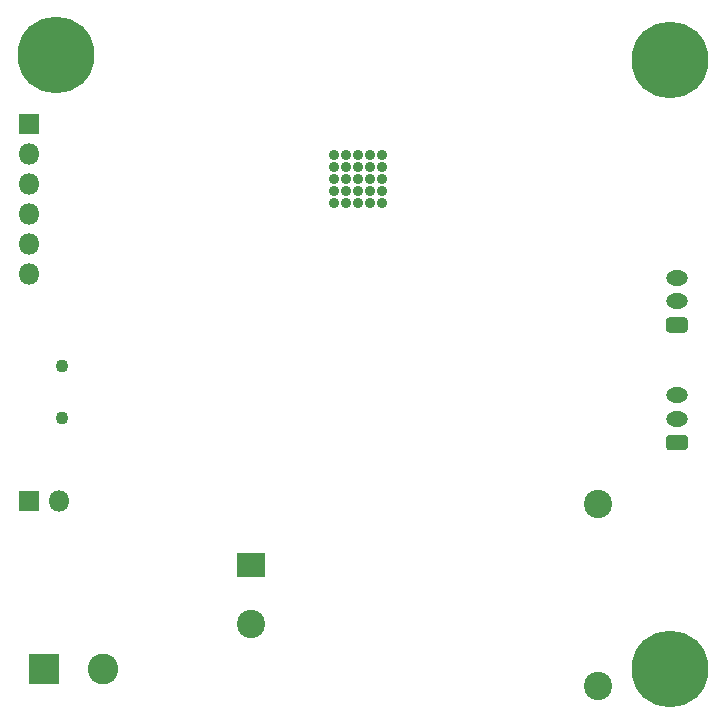
<source format=gbr>
%TF.GenerationSoftware,KiCad,Pcbnew,(5.1.6)-1*%
%TF.CreationDate,2020-10-27T09:44:08+01:00*%
%TF.ProjectId,Beacon_Listener,42656163-6f6e-45f4-9c69-7374656e6572,rev?*%
%TF.SameCoordinates,Original*%
%TF.FileFunction,Soldermask,Bot*%
%TF.FilePolarity,Negative*%
%FSLAX46Y46*%
G04 Gerber Fmt 4.6, Leading zero omitted, Abs format (unit mm)*
G04 Created by KiCad (PCBNEW (5.1.6)-1) date 2020-10-27 09:44:08*
%MOMM*%
%LPD*%
G01*
G04 APERTURE LIST*
%ADD10C,1.100000*%
%ADD11C,2.400000*%
%ADD12R,2.400000X2.100000*%
%ADD13O,1.800000X1.800000*%
%ADD14R,1.800000X1.800000*%
%ADD15O,1.850000X1.300000*%
%ADD16C,0.900000*%
%ADD17C,6.500000*%
%ADD18C,2.600000*%
%ADD19R,2.600000X2.600000*%
G04 APERTURE END LIST*
D10*
%TO.C,J4*%
X91500000Y-103700000D03*
X91500000Y-99300000D03*
%TD*%
D11*
%TO.C,PS1*%
X136900000Y-126400000D03*
X107500000Y-121200000D03*
D12*
X107500000Y-116200000D03*
D11*
X136900000Y-111000000D03*
%TD*%
D13*
%TO.C,J1*%
X88750000Y-91500000D03*
X88750000Y-88960000D03*
X88750000Y-86420000D03*
X88750000Y-83880000D03*
X88750000Y-81340000D03*
D14*
X88750000Y-78800000D03*
%TD*%
D15*
%TO.C,I2C*%
X143600000Y-91850000D03*
X143600000Y-93850000D03*
G36*
G01*
X144254168Y-96500000D02*
X142945832Y-96500000D01*
G75*
G02*
X142675000Y-96229168I0J270832D01*
G01*
X142675000Y-95470832D01*
G75*
G02*
X142945832Y-95200000I270832J0D01*
G01*
X144254168Y-95200000D01*
G75*
G02*
X144525000Y-95470832I0J-270832D01*
G01*
X144525000Y-96229168D01*
G75*
G02*
X144254168Y-96500000I-270832J0D01*
G01*
G37*
%TD*%
%TO.C,UART*%
X143600000Y-101800000D03*
X143600000Y-103800000D03*
G36*
G01*
X144254168Y-106450000D02*
X142945832Y-106450000D01*
G75*
G02*
X142675000Y-106179168I0J270832D01*
G01*
X142675000Y-105420832D01*
G75*
G02*
X142945832Y-105150000I270832J0D01*
G01*
X144254168Y-105150000D01*
G75*
G02*
X144525000Y-105420832I0J-270832D01*
G01*
X144525000Y-106179168D01*
G75*
G02*
X144254168Y-106450000I-270832J0D01*
G01*
G37*
%TD*%
D16*
%TO.C,U1*%
X114600000Y-81490000D03*
X114600000Y-82490000D03*
X114600000Y-83490000D03*
X114600000Y-84490000D03*
X114600000Y-85490000D03*
X115600000Y-85490000D03*
X115600000Y-84490000D03*
X115600000Y-83490000D03*
X115600000Y-82490000D03*
X115600000Y-81490000D03*
X117600000Y-81490000D03*
X117600000Y-82490000D03*
X117600000Y-83490000D03*
X117600000Y-84490000D03*
X117600000Y-85490000D03*
X116600000Y-85490000D03*
X116600000Y-84490000D03*
X116600000Y-83490000D03*
X116600000Y-82490000D03*
X116600000Y-81490000D03*
X118600000Y-85490000D03*
X118600000Y-84490000D03*
X118600000Y-83490000D03*
X118600000Y-82490000D03*
X118600000Y-81490000D03*
%TD*%
%TO.C,H4*%
X92697056Y-71302944D03*
X91000000Y-70600000D03*
X89302944Y-71302944D03*
X88600000Y-73000000D03*
X89302944Y-74697056D03*
X91000000Y-75400000D03*
X92697056Y-74697056D03*
X93400000Y-73000000D03*
D17*
X91000000Y-73000000D03*
%TD*%
D16*
%TO.C,H3*%
X144697056Y-71702944D03*
X143000000Y-71000000D03*
X141302944Y-71702944D03*
X140600000Y-73400000D03*
X141302944Y-75097056D03*
X143000000Y-75800000D03*
X144697056Y-75097056D03*
X145400000Y-73400000D03*
D17*
X143000000Y-73400000D03*
%TD*%
D16*
%TO.C,H2*%
X144697056Y-123302944D03*
X143000000Y-122600000D03*
X141302944Y-123302944D03*
X140600000Y-125000000D03*
X141302944Y-126697056D03*
X143000000Y-127400000D03*
X144697056Y-126697056D03*
X145400000Y-125000000D03*
D17*
X143000000Y-125000000D03*
%TD*%
D13*
%TO.C,J3*%
X91250000Y-110750000D03*
D14*
X88710000Y-110750000D03*
%TD*%
D18*
%TO.C,J2*%
X95000000Y-125000000D03*
D19*
X90000000Y-125000000D03*
%TD*%
M02*

</source>
